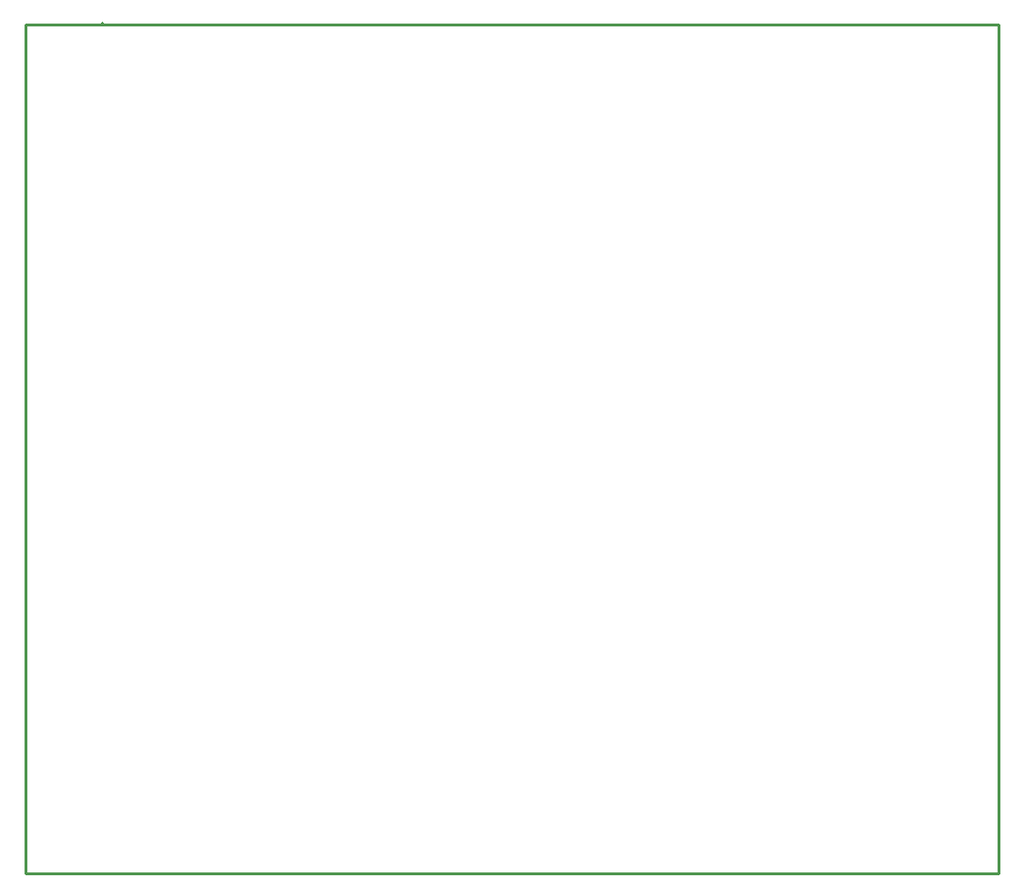
<source format=gko>
G04 Layer: BoardOutlineLayer*
G04 EasyEDA v6.5.22, 2022-12-28 23:50:03*
G04 d063097526e5497293d9c31780fe4a5b,1c40624b1397419d878b7769f07bb2b0,10*
G04 Gerber Generator version 0.2*
G04 Scale: 100 percent, Rotated: No, Reflected: No *
G04 Dimensions in millimeters *
G04 leading zeros omitted , absolute positions ,4 integer and 5 decimal *
%FSLAX45Y45*%
%MOMM*%

%ADD10C,0.2540*%
D10*
X698500Y6591300D02*
G01*
X698500Y6578600D01*
X8737600Y6578600D01*
X8737600Y-1041400D01*
X12700Y-1041400D01*
X12700Y6578600D01*
X698500Y6578600D01*
X698500Y6591300D01*

%LPD*%
M02*

</source>
